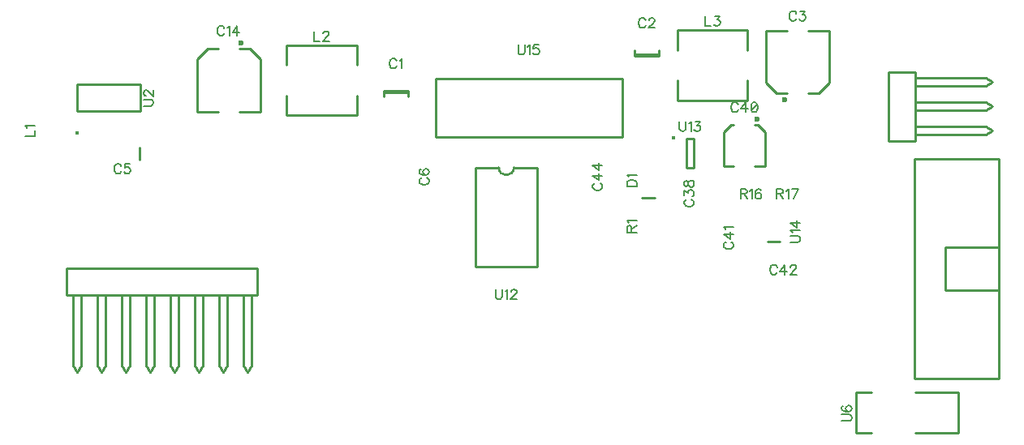
<source format=gto>
G04 DipTrace 2.4.0.2*
%INDaughter-IsolatedUART.GTO*%
%MOMM*%
%ADD10C,0.25*%
%ADD16C,0.6*%
%ADD33O,0.391X0.392*%
%ADD46C,0.157*%
%FSLAX53Y53*%
G04*
G71*
G90*
G75*
G01*
%LNTopSilk*%
%LPD*%
X38914Y36492D2*
D10*
X41414D1*
X38914Y36682D2*
X41414D1*
X38914D2*
Y36083D1*
X41414Y36682D2*
Y36083D1*
X67608Y40501D2*
X65107D1*
X67608Y40312D2*
X65107D1*
X67608D2*
Y40910D1*
X65107Y40312D2*
Y40910D1*
X78774Y43008D2*
X80974D1*
X78774D2*
Y37509D1*
X79874Y36409D2*
X78774Y37509D1*
X79874Y36409D2*
X80974D1*
X83174Y43008D2*
X85374D1*
Y37509D1*
X84274Y36409D2*
X85374Y37509D1*
X83174Y36409D2*
X84274D1*
D16*
X80774Y35808D3*
X13433Y30812D2*
D10*
Y29514D1*
X26001Y34504D2*
X23801D1*
X26001D2*
Y40003D1*
X24901Y41103D2*
X26001Y40003D1*
X24901Y41103D2*
X23801D1*
X21601Y34504D2*
X19401D1*
Y40003D1*
X20501Y41103D2*
X19401Y40003D1*
X21601Y41103D2*
X20501D1*
D16*
X24001Y41703D3*
X78676Y28857D2*
D10*
X77625D1*
X78676D2*
Y32405D1*
X77926Y33156D2*
X78676Y32405D1*
X77926Y33156D2*
X77625D1*
X75426Y28857D2*
X74376D1*
Y32405D1*
X75125Y33156D2*
X74376Y32405D1*
X75426Y33156D2*
X75125D1*
D16*
X77826Y33706D3*
X67166Y25562D2*
D10*
X65867D1*
X94338Y32148D2*
X101738D1*
X94338Y32947D2*
X101738D1*
Y32148D2*
X102408Y32546D1*
X101738Y32947D2*
X102408Y32546D1*
X91558Y31482D2*
X94338D1*
Y38692D1*
X91558D1*
Y31482D1*
X94338Y34687D2*
X101738D1*
X94338Y35487D2*
X101738D1*
Y34687D2*
X102408Y35086D1*
X101738Y35487D2*
X102408Y35086D1*
X94338Y37227D2*
X101738D1*
X94338Y38027D2*
X101738D1*
Y37227D2*
X102408Y37627D1*
X101738Y38027D2*
X102408Y37627D1*
X6500Y15390D2*
Y7990D1*
X7300Y15390D2*
Y7990D1*
X6500D2*
X6900Y7320D1*
X7300Y7990D2*
X6900Y7320D1*
X5835Y18170D2*
X25745D1*
Y15390D1*
X5835D1*
Y18170D1*
X9041Y15390D2*
Y7990D1*
X9841Y15390D2*
Y7990D1*
X9041D2*
X9441Y7320D1*
X9841Y7990D2*
X9441Y7320D1*
X11579Y15390D2*
Y7990D1*
X12379Y15390D2*
Y7990D1*
X11579D2*
X11979Y7320D1*
X12379Y7990D2*
X11979Y7320D1*
X14120Y15390D2*
Y7990D1*
X14920Y15390D2*
Y7990D1*
X14120D2*
X14520Y7320D1*
X14920Y7990D2*
X14520Y7320D1*
X16660Y15390D2*
Y7990D1*
X17460Y15390D2*
Y7990D1*
X16660D2*
X17060Y7320D1*
X17460Y7990D2*
X17060Y7320D1*
X19201Y15390D2*
Y7990D1*
X20001Y15390D2*
Y7990D1*
X19201D2*
X19601Y7320D1*
X20001Y7990D2*
X19601Y7320D1*
X21739Y15390D2*
Y7990D1*
X22539Y15390D2*
Y7990D1*
X21739D2*
X22139Y7320D1*
X22539Y7990D2*
X22139Y7320D1*
X24280Y15390D2*
Y7990D1*
X25080Y15390D2*
Y7990D1*
X24280D2*
X24680Y7320D1*
X25080Y7990D2*
X24680Y7320D1*
X94242Y6649D2*
X103092D1*
Y29549D1*
X94242D1*
Y6649D1*
X97482Y15848D2*
X103092D1*
Y20350D1*
X97482D1*
Y15848D1*
X28776Y39370D2*
Y41434D1*
X36079D1*
Y39370D1*
Y36195D2*
Y34131D1*
X28776D1*
Y36195D1*
X69575Y40958D2*
Y43021D1*
X76877D1*
Y40958D1*
Y37782D2*
Y35719D1*
X69575D1*
Y37782D1*
D33*
X6929Y32292D3*
X6903Y34559D2*
D10*
X13502D1*
X6903Y37359D2*
X13502D1*
Y34559D2*
Y37359D1*
X6903Y34559D2*
Y37359D1*
X88190Y936D2*
X89778D1*
X98826D2*
Y5223D1*
X88190Y936D2*
Y5223D1*
X89778D1*
X94381D2*
X98826D1*
X94381Y936D2*
X98826D1*
X48495Y28698D2*
Y18298D1*
X54895Y28698D2*
Y18298D1*
X48495D2*
X54895D1*
X48495Y28698D2*
X50895D1*
X52495D2*
X54895D1*
X50895D2*
G03X52495Y28698I800J1D01*
G01*
D33*
X69118Y31802D3*
X70491Y31669D2*
D10*
Y28669D1*
X71291Y31669D2*
Y28669D1*
X70491D2*
X71291D1*
X70491Y31669D2*
X71291D1*
X78993Y20973D2*
X80263D1*
X44296Y38013D2*
X63796D1*
Y31913D1*
X44296D1*
Y38013D1*
X40249Y39828D2*
D46*
X40201Y39924D1*
X40103Y40022D1*
X40007Y40070D1*
X39813D1*
X39715Y40022D1*
X39618Y39924D1*
X39569Y39828D1*
X39521Y39682D1*
Y39438D1*
X39569Y39293D1*
X39618Y39196D1*
X39715Y39099D1*
X39813Y39050D1*
X40007D1*
X40103Y39099D1*
X40201Y39196D1*
X40249Y39293D1*
X40563Y39875D2*
X40661Y39924D1*
X40807Y40069D1*
Y39050D1*
X66225Y44057D2*
X66176Y44153D1*
X66079Y44251D1*
X65982Y44299D1*
X65788D1*
X65690Y44251D1*
X65594Y44153D1*
X65544Y44057D1*
X65496Y43911D1*
Y43667D1*
X65544Y43522D1*
X65594Y43424D1*
X65690Y43328D1*
X65788Y43278D1*
X65982D1*
X66079Y43328D1*
X66176Y43424D1*
X66225Y43522D1*
X66588Y44055D2*
Y44104D1*
X66636Y44201D1*
X66685Y44250D1*
X66782Y44298D1*
X66977D1*
X67073Y44250D1*
X67121Y44201D1*
X67171Y44104D1*
Y44007D1*
X67121Y43909D1*
X67025Y43765D1*
X66539Y43278D1*
X67219D1*
X81941Y44781D2*
X81893Y44877D1*
X81795Y44975D1*
X81698Y45023D1*
X81504D1*
X81406Y44975D1*
X81310Y44877D1*
X81260Y44781D1*
X81212Y44635D1*
Y44391D1*
X81260Y44246D1*
X81310Y44148D1*
X81406Y44052D1*
X81504Y44002D1*
X81698D1*
X81795Y44052D1*
X81893Y44148D1*
X81941Y44246D1*
X82352Y45022D2*
X82886D1*
X82595Y44633D1*
X82741D1*
X82838Y44585D1*
X82886Y44537D1*
X82935Y44391D1*
Y44294D1*
X82886Y44148D1*
X82789Y44051D1*
X82643Y44002D1*
X82497D1*
X82352Y44051D1*
X82304Y44100D1*
X82255Y44197D1*
X11500Y28826D2*
X11451Y28922D1*
X11354Y29020D1*
X11257Y29068D1*
X11063D1*
X10965Y29020D1*
X10868Y28922D1*
X10819Y28826D1*
X10771Y28680D1*
Y28436D1*
X10819Y28291D1*
X10868Y28194D1*
X10965Y28097D1*
X11063Y28048D1*
X11257D1*
X11354Y28097D1*
X11451Y28194D1*
X11500Y28291D1*
X12396Y29067D2*
X11911D1*
X11863Y28630D1*
X11911Y28679D1*
X12057Y28728D1*
X12202D1*
X12348Y28679D1*
X12446Y28582D1*
X12494Y28436D1*
Y28340D1*
X12446Y28194D1*
X12348Y28096D1*
X12202Y28048D1*
X12057D1*
X11911Y28096D1*
X11863Y28145D1*
X11813Y28242D1*
X42868Y27620D2*
X42772Y27572D1*
X42674Y27474D1*
X42626Y27377D1*
Y27183D1*
X42674Y27085D1*
X42772Y26989D1*
X42868Y26939D1*
X43014Y26891D1*
X43258D1*
X43403Y26939D1*
X43500Y26989D1*
X43597Y27085D1*
X43646Y27183D1*
Y27377D1*
X43597Y27474D1*
X43500Y27572D1*
X43403Y27620D1*
X42772Y28517D2*
X42675Y28468D1*
X42627Y28322D1*
Y28226D1*
X42675Y28080D1*
X42821Y27982D1*
X43064Y27934D1*
X43306D1*
X43500Y27982D1*
X43598Y28080D1*
X43646Y28226D1*
Y28274D1*
X43598Y28419D1*
X43500Y28517D1*
X43354Y28565D1*
X43306D1*
X43160Y28517D1*
X43064Y28419D1*
X43015Y28274D1*
Y28226D1*
X43064Y28080D1*
X43160Y27982D1*
X43306Y27934D1*
X22266Y43249D2*
X22217Y43345D1*
X22120Y43443D1*
X22023Y43491D1*
X21829D1*
X21731Y43443D1*
X21634Y43345D1*
X21585Y43249D1*
X21537Y43103D1*
Y42859D1*
X21585Y42714D1*
X21634Y42616D1*
X21731Y42520D1*
X21829Y42470D1*
X22023D1*
X22120Y42520D1*
X22217Y42616D1*
X22266Y42714D1*
X22579Y43296D2*
X22677Y43345D1*
X22823Y43490D1*
Y42470D1*
X23623D2*
Y43490D1*
X23137Y42811D1*
X23866D1*
X70494Y25353D2*
X70397Y25305D1*
X70299Y25207D1*
X70251Y25110D1*
Y24916D1*
X70299Y24818D1*
X70397Y24722D1*
X70494Y24672D1*
X70640Y24624D1*
X70883D1*
X71028Y24672D1*
X71126Y24722D1*
X71222Y24818D1*
X71272Y24916D1*
Y25110D1*
X71222Y25207D1*
X71126Y25305D1*
X71028Y25353D1*
X70252Y25764D2*
Y26298D1*
X70641Y26007D1*
Y26153D1*
X70689Y26249D1*
X70737Y26298D1*
X70883Y26347D1*
X70980D1*
X71126Y26298D1*
X71224Y26201D1*
X71272Y26055D1*
Y25909D1*
X71224Y25764D1*
X71174Y25716D1*
X71078Y25667D1*
X70252Y26903D2*
X70300Y26759D1*
X70397Y26709D1*
X70495D1*
X70591Y26759D1*
X70641Y26855D1*
X70689Y27049D1*
X70737Y27195D1*
X70835Y27292D1*
X70932Y27340D1*
X71078D1*
X71174Y27292D1*
X71224Y27244D1*
X71272Y27098D1*
Y26903D1*
X71224Y26759D1*
X71174Y26709D1*
X71078Y26661D1*
X70932D1*
X70835Y26709D1*
X70737Y26807D1*
X70689Y26952D1*
X70641Y27146D1*
X70591Y27244D1*
X70495Y27292D1*
X70397D1*
X70300Y27244D1*
X70252Y27098D1*
Y26903D1*
X75872Y35252D2*
X75823Y35349D1*
X75726Y35446D1*
X75629Y35495D1*
X75435D1*
X75337Y35446D1*
X75240Y35349D1*
X75191Y35252D1*
X75143Y35106D1*
Y34862D1*
X75191Y34718D1*
X75240Y34620D1*
X75337Y34523D1*
X75435Y34474D1*
X75629D1*
X75726Y34523D1*
X75823Y34620D1*
X75872Y34718D1*
X76672Y34474D2*
Y35494D1*
X76185Y34814D1*
X76914D1*
X77520Y35494D2*
X77374Y35445D1*
X77276Y35299D1*
X77228Y35057D1*
Y34911D1*
X77276Y34668D1*
X77374Y34522D1*
X77520Y34474D1*
X77616D1*
X77762Y34522D1*
X77859Y34668D1*
X77908Y34911D1*
Y35057D1*
X77859Y35299D1*
X77762Y35445D1*
X77616Y35494D1*
X77520D1*
X77859Y35299D2*
X77276Y34668D1*
X74622Y20896D2*
X74525Y20848D1*
X74427Y20750D1*
X74379Y20653D1*
Y20459D1*
X74427Y20361D1*
X74525Y20265D1*
X74622Y20215D1*
X74768Y20167D1*
X75011D1*
X75156Y20215D1*
X75254Y20265D1*
X75350Y20361D1*
X75400Y20459D1*
Y20653D1*
X75350Y20750D1*
X75254Y20848D1*
X75156Y20896D1*
X75400Y21696D2*
X74380D1*
X75060Y21210D1*
Y21939D1*
X74574Y22252D2*
X74525Y22350D1*
X74380Y22496D1*
X75400D1*
X79943Y18283D2*
X79895Y18379D1*
X79797Y18477D1*
X79700Y18525D1*
X79506D1*
X79408Y18477D1*
X79312Y18379D1*
X79262Y18283D1*
X79214Y18137D1*
Y17893D1*
X79262Y17748D1*
X79312Y17651D1*
X79408Y17554D1*
X79506Y17505D1*
X79700D1*
X79797Y17554D1*
X79895Y17651D1*
X79943Y17748D1*
X80743Y17505D2*
Y18524D1*
X80257Y17845D1*
X80986D1*
X81349Y18282D2*
Y18330D1*
X81397Y18428D1*
X81445Y18476D1*
X81543Y18524D1*
X81737D1*
X81834Y18476D1*
X81882Y18428D1*
X81932Y18330D1*
Y18233D1*
X81882Y18136D1*
X81786Y17991D1*
X81299Y17505D1*
X81980D1*
X60942Y27050D2*
X60846Y27002D1*
X60748Y26904D1*
X60700Y26807D1*
Y26613D1*
X60748Y26515D1*
X60846Y26419D1*
X60942Y26369D1*
X61088Y26321D1*
X61332D1*
X61477Y26369D1*
X61574Y26419D1*
X61671Y26515D1*
X61720Y26613D1*
Y26807D1*
X61671Y26904D1*
X61574Y27002D1*
X61477Y27050D1*
X61720Y27850D2*
X60701D1*
X61380Y27364D1*
Y28092D1*
X61720Y28892D2*
X60701D1*
X61380Y28406D1*
Y29135D1*
X64278Y26693D2*
X65299D1*
Y27033D1*
X65250Y27179D1*
X65153Y27277D1*
X65056Y27325D1*
X64911Y27373D1*
X64667D1*
X64521Y27325D1*
X64424Y27277D1*
X64327Y27179D1*
X64278Y27033D1*
Y26693D1*
X64474Y27687D2*
X64424Y27785D1*
X64279Y27931D1*
X65299D1*
X1488Y31930D2*
X2509D1*
Y32513D1*
X1684Y32826D2*
X1634Y32924D1*
X1489Y33070D1*
X2509D1*
X31639Y42922D2*
Y41901D1*
X32222D1*
X32585Y42678D2*
Y42726D1*
X32633Y42824D1*
X32682Y42872D1*
X32779Y42921D1*
X32974D1*
X33070Y42872D1*
X33118Y42824D1*
X33168Y42726D1*
Y42630D1*
X33118Y42532D1*
X33022Y42387D1*
X32536Y41901D1*
X33216D1*
X72438Y44509D2*
Y43488D1*
X73021D1*
X73432Y44508D2*
X73965D1*
X73675Y44119D1*
X73821D1*
X73917Y44071D1*
X73965Y44023D1*
X74015Y43877D1*
Y43780D1*
X73965Y43634D1*
X73869Y43537D1*
X73723Y43488D1*
X73577D1*
X73432Y43537D1*
X73384Y43586D1*
X73334Y43683D1*
X64765Y21926D2*
Y22363D1*
X64715Y22509D1*
X64667Y22558D1*
X64570Y22607D1*
X64473D1*
X64376Y22558D1*
X64327Y22509D1*
X64278Y22363D1*
Y21926D1*
X65299D1*
X64765Y22266D2*
X65299Y22607D1*
X64474Y22920D2*
X64424Y23018D1*
X64279Y23164D1*
X65299D1*
X76125Y25952D2*
X76562D1*
X76708Y26002D1*
X76758Y26050D1*
X76806Y26147D1*
Y26244D1*
X76758Y26341D1*
X76708Y26390D1*
X76562Y26439D1*
X76125D1*
Y25418D1*
X76466Y25952D2*
X76806Y25418D1*
X77120Y26243D2*
X77217Y26293D1*
X77363Y26437D1*
Y25418D1*
X78260Y26293D2*
X78212Y26389D1*
X78066Y26437D1*
X77969D1*
X77823Y26389D1*
X77725Y26243D1*
X77677Y26001D1*
Y25758D1*
X77725Y25564D1*
X77823Y25466D1*
X77969Y25418D1*
X78017D1*
X78162Y25466D1*
X78260Y25564D1*
X78308Y25710D1*
Y25758D1*
X78260Y25904D1*
X78162Y26001D1*
X78017Y26049D1*
X77969D1*
X77823Y26001D1*
X77725Y25904D1*
X77677Y25758D1*
X79911Y25952D2*
X80348D1*
X80494Y26002D1*
X80543Y26050D1*
X80592Y26147D1*
Y26244D1*
X80543Y26341D1*
X80494Y26390D1*
X80348Y26439D1*
X79911D1*
Y25418D1*
X80251Y25952D2*
X80592Y25418D1*
X80905Y26243D2*
X81003Y26293D1*
X81149Y26437D1*
Y25418D1*
X81657D2*
X82143Y26437D1*
X81463D1*
X13847Y35121D2*
X14576D1*
X14722Y35170D1*
X14818Y35267D1*
X14868Y35413D1*
Y35510D1*
X14818Y35656D1*
X14722Y35754D1*
X14576Y35802D1*
X13847D1*
X14091Y36165D2*
X14042D1*
X13945Y36213D1*
X13896Y36262D1*
X13848Y36359D1*
Y36554D1*
X13896Y36650D1*
X13945Y36699D1*
X14042Y36748D1*
X14139D1*
X14237Y36699D1*
X14381Y36602D1*
X14868Y36116D1*
Y36796D1*
X86702Y2214D2*
X87431D1*
X87577Y2262D1*
X87674Y2360D1*
X87723Y2506D1*
Y2602D1*
X87674Y2748D1*
X87577Y2846D1*
X87431Y2894D1*
X86702D1*
X86848Y3791D2*
X86752Y3742D1*
X86703Y3596D1*
Y3500D1*
X86752Y3354D1*
X86898Y3256D1*
X87140Y3208D1*
X87383D1*
X87577Y3256D1*
X87675Y3354D1*
X87723Y3500D1*
Y3548D1*
X87675Y3693D1*
X87577Y3791D1*
X87431Y3839D1*
X87383D1*
X87237Y3791D1*
X87140Y3693D1*
X87092Y3548D1*
Y3500D1*
X87140Y3354D1*
X87237Y3256D1*
X87383Y3208D1*
X50579Y15953D2*
Y15225D1*
X50627Y15079D1*
X50725Y14982D1*
X50871Y14933D1*
X50967D1*
X51113Y14982D1*
X51211Y15079D1*
X51259Y15225D1*
Y15953D1*
X51573Y15758D2*
X51671Y15807D1*
X51817Y15952D1*
Y14933D1*
X52180Y15710D2*
Y15758D1*
X52228Y15856D1*
X52277Y15904D1*
X52374Y15952D1*
X52569D1*
X52665Y15904D1*
X52713Y15856D1*
X52763Y15758D1*
Y15661D1*
X52713Y15564D1*
X52617Y15419D1*
X52131Y14933D1*
X52811D1*
X69740Y33486D2*
Y32757D1*
X69788Y32611D1*
X69886Y32514D1*
X70032Y32465D1*
X70128D1*
X70274Y32514D1*
X70372Y32611D1*
X70420Y32757D1*
Y33486D1*
X70734Y33291D2*
X70832Y33340D1*
X70978Y33485D1*
Y32465D1*
X71389Y33485D2*
X71923D1*
X71632Y33096D1*
X71778D1*
X71874Y33048D1*
X71923Y33000D1*
X71972Y32854D1*
Y32757D1*
X71923Y32611D1*
X71826Y32513D1*
X71680Y32465D1*
X71534D1*
X71389Y32513D1*
X71341Y32563D1*
X71291Y32659D1*
X81348Y20868D2*
X82076D1*
X82222Y20916D1*
X82319Y21014D1*
X82368Y21160D1*
Y21256D1*
X82319Y21402D1*
X82222Y21500D1*
X82076Y21548D1*
X81348D1*
X81543Y21862D2*
X81494Y21960D1*
X81349Y22106D1*
X82368D1*
Y22906D2*
X81349D1*
X82028Y22419D1*
Y23148D1*
X52930Y41501D2*
Y40772D1*
X52978Y40626D1*
X53076Y40529D1*
X53222Y40480D1*
X53318D1*
X53464Y40529D1*
X53562Y40626D1*
X53610Y40772D1*
Y41501D1*
X53924Y41305D2*
X54022Y41355D1*
X54168Y41500D1*
Y40480D1*
X55064Y41500D2*
X54579D1*
X54531Y41063D1*
X54579Y41111D1*
X54725Y41160D1*
X54870D1*
X55016Y41111D1*
X55114Y41014D1*
X55162Y40868D1*
Y40772D1*
X55114Y40626D1*
X55016Y40528D1*
X54870Y40480D1*
X54725D1*
X54579Y40528D1*
X54531Y40577D1*
X54481Y40674D1*
M02*

</source>
